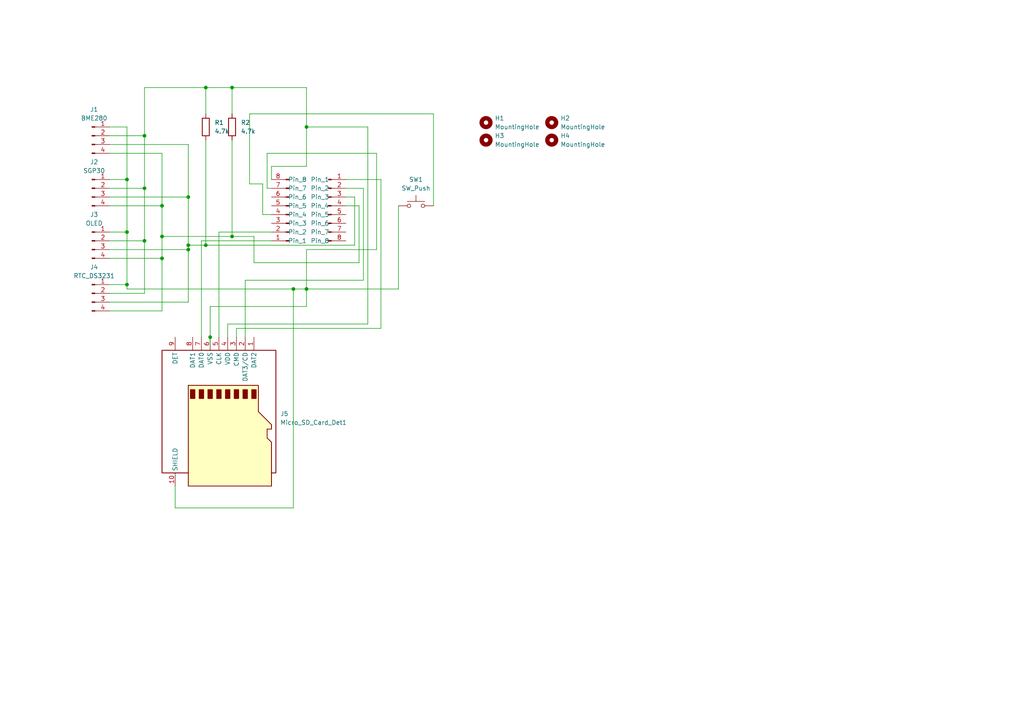
<source format=kicad_sch>
(kicad_sch
	(version 20250114)
	(generator "eeschema")
	(generator_version "9.0")
	(uuid "df6b2463-53a5-41de-b513-d85bb826f900")
	(paper "A4")
	(lib_symbols
		(symbol "Conn_01x08_Pin_1"
			(pin_names
				(offset 1.016)
			)
			(exclude_from_sim no)
			(in_bom yes)
			(on_board yes)
			(property "Reference" "J"
				(at 0 10.16 0)
				(effects
					(font
						(size 1.27 1.27)
					)
				)
			)
			(property "Value" "Conn_01x08_Pin"
				(at 0 -12.7 0)
				(effects
					(font
						(size 1.27 1.27)
					)
				)
			)
			(property "Footprint" ""
				(at 0 0 0)
				(effects
					(font
						(size 1.27 1.27)
					)
					(hide yes)
				)
			)
			(property "Datasheet" "~"
				(at 0 0 0)
				(effects
					(font
						(size 1.27 1.27)
					)
					(hide yes)
				)
			)
			(property "Description" "Generic connector, single row, 01x08, script generated"
				(at 0 0 0)
				(effects
					(font
						(size 1.27 1.27)
					)
					(hide yes)
				)
			)
			(property "ki_locked" ""
				(at 0 0 0)
				(effects
					(font
						(size 1.27 1.27)
					)
				)
			)
			(property "ki_keywords" "connector"
				(at 0 0 0)
				(effects
					(font
						(size 1.27 1.27)
					)
					(hide yes)
				)
			)
			(property "ki_fp_filters" "Connector*:*_1x??_*"
				(at 0 0 0)
				(effects
					(font
						(size 1.27 1.27)
					)
					(hide yes)
				)
			)
			(symbol "Conn_01x08_Pin_1_1_1"
				(rectangle
					(start 0.8636 7.747)
					(end 0 7.493)
					(stroke
						(width 0.1524)
						(type default)
					)
					(fill
						(type outline)
					)
				)
				(rectangle
					(start 0.8636 5.207)
					(end 0 4.953)
					(stroke
						(width 0.1524)
						(type default)
					)
					(fill
						(type outline)
					)
				)
				(rectangle
					(start 0.8636 2.667)
					(end 0 2.413)
					(stroke
						(width 0.1524)
						(type default)
					)
					(fill
						(type outline)
					)
				)
				(rectangle
					(start 0.8636 0.127)
					(end 0 -0.127)
					(stroke
						(width 0.1524)
						(type default)
					)
					(fill
						(type outline)
					)
				)
				(rectangle
					(start 0.8636 -2.413)
					(end 0 -2.667)
					(stroke
						(width 0.1524)
						(type default)
					)
					(fill
						(type outline)
					)
				)
				(rectangle
					(start 0.8636 -4.953)
					(end 0 -5.207)
					(stroke
						(width 0.1524)
						(type default)
					)
					(fill
						(type outline)
					)
				)
				(rectangle
					(start 0.8636 -7.493)
					(end 0 -7.747)
					(stroke
						(width 0.1524)
						(type default)
					)
					(fill
						(type outline)
					)
				)
				(rectangle
					(start 0.8636 -10.033)
					(end 0 -10.287)
					(stroke
						(width 0.1524)
						(type default)
					)
					(fill
						(type outline)
					)
				)
				(polyline
					(pts
						(xy 1.27 7.62) (xy 0.8636 7.62)
					)
					(stroke
						(width 0.1524)
						(type default)
					)
					(fill
						(type none)
					)
				)
				(polyline
					(pts
						(xy 1.27 5.08) (xy 0.8636 5.08)
					)
					(stroke
						(width 0.1524)
						(type default)
					)
					(fill
						(type none)
					)
				)
				(polyline
					(pts
						(xy 1.27 2.54) (xy 0.8636 2.54)
					)
					(stroke
						(width 0.1524)
						(type default)
					)
					(fill
						(type none)
					)
				)
				(polyline
					(pts
						(xy 1.27 0) (xy 0.8636 0)
					)
					(stroke
						(width 0.1524)
						(type default)
					)
					(fill
						(type none)
					)
				)
				(polyline
					(pts
						(xy 1.27 -2.54) (xy 0.8636 -2.54)
					)
					(stroke
						(width 0.1524)
						(type default)
					)
					(fill
						(type none)
					)
				)
				(polyline
					(pts
						(xy 1.27 -5.08) (xy 0.8636 -5.08)
					)
					(stroke
						(width 0.1524)
						(type default)
					)
					(fill
						(type none)
					)
				)
				(polyline
					(pts
						(xy 1.27 -7.62) (xy 0.8636 -7.62)
					)
					(stroke
						(width 0.1524)
						(type default)
					)
					(fill
						(type none)
					)
				)
				(polyline
					(pts
						(xy 1.27 -10.16) (xy 0.8636 -10.16)
					)
					(stroke
						(width 0.1524)
						(type default)
					)
					(fill
						(type none)
					)
				)
				(pin passive line
					(at 5.08 7.62 180)
					(length 3.81)
					(name "Pin_1"
						(effects
							(font
								(size 1.27 1.27)
							)
						)
					)
					(number "1"
						(effects
							(font
								(size 1.27 1.27)
							)
						)
					)
				)
				(pin passive line
					(at 5.08 5.08 180)
					(length 3.81)
					(name "Pin_2"
						(effects
							(font
								(size 1.27 1.27)
							)
						)
					)
					(number "2"
						(effects
							(font
								(size 1.27 1.27)
							)
						)
					)
				)
				(pin passive line
					(at 5.08 2.54 180)
					(length 3.81)
					(name "Pin_3"
						(effects
							(font
								(size 1.27 1.27)
							)
						)
					)
					(number "3"
						(effects
							(font
								(size 1.27 1.27)
							)
						)
					)
				)
				(pin passive line
					(at 5.08 0 180)
					(length 3.81)
					(name "Pin_4"
						(effects
							(font
								(size 1.27 1.27)
							)
						)
					)
					(number "4"
						(effects
							(font
								(size 1.27 1.27)
							)
						)
					)
				)
				(pin passive line
					(at 5.08 -2.54 180)
					(length 3.81)
					(name "Pin_5"
						(effects
							(font
								(size 1.27 1.27)
							)
						)
					)
					(number "5"
						(effects
							(font
								(size 1.27 1.27)
							)
						)
					)
				)
				(pin passive line
					(at 5.08 -5.08 180)
					(length 3.81)
					(name "Pin_6"
						(effects
							(font
								(size 1.27 1.27)
							)
						)
					)
					(number "6"
						(effects
							(font
								(size 1.27 1.27)
							)
						)
					)
				)
				(pin passive line
					(at 5.08 -7.62 180)
					(length 3.81)
					(name "Pin_7"
						(effects
							(font
								(size 1.27 1.27)
							)
						)
					)
					(number "7"
						(effects
							(font
								(size 1.27 1.27)
							)
						)
					)
				)
				(pin passive line
					(at 5.08 -10.16 180)
					(length 3.81)
					(name "Pin_8"
						(effects
							(font
								(size 1.27 1.27)
							)
						)
					)
					(number "8"
						(effects
							(font
								(size 1.27 1.27)
							)
						)
					)
				)
			)
			(embedded_fonts no)
		)
		(symbol "Connector:Conn_01x04_Pin"
			(pin_names
				(offset 1.016)
				(hide yes)
			)
			(exclude_from_sim no)
			(in_bom yes)
			(on_board yes)
			(property "Reference" "J"
				(at 0 5.08 0)
				(effects
					(font
						(size 1.27 1.27)
					)
				)
			)
			(property "Value" "Conn_01x04_Pin"
				(at 0 -7.62 0)
				(effects
					(font
						(size 1.27 1.27)
					)
				)
			)
			(property "Footprint" ""
				(at 0 0 0)
				(effects
					(font
						(size 1.27 1.27)
					)
					(hide yes)
				)
			)
			(property "Datasheet" "~"
				(at 0 0 0)
				(effects
					(font
						(size 1.27 1.27)
					)
					(hide yes)
				)
			)
			(property "Description" "Generic connector, single row, 01x04, script generated"
				(at 0 0 0)
				(effects
					(font
						(size 1.27 1.27)
					)
					(hide yes)
				)
			)
			(property "ki_locked" ""
				(at 0 0 0)
				(effects
					(font
						(size 1.27 1.27)
					)
				)
			)
			(property "ki_keywords" "connector"
				(at 0 0 0)
				(effects
					(font
						(size 1.27 1.27)
					)
					(hide yes)
				)
			)
			(property "ki_fp_filters" "Connector*:*_1x??_*"
				(at 0 0 0)
				(effects
					(font
						(size 1.27 1.27)
					)
					(hide yes)
				)
			)
			(symbol "Conn_01x04_Pin_1_1"
				(rectangle
					(start 0.8636 2.667)
					(end 0 2.413)
					(stroke
						(width 0.1524)
						(type default)
					)
					(fill
						(type outline)
					)
				)
				(rectangle
					(start 0.8636 0.127)
					(end 0 -0.127)
					(stroke
						(width 0.1524)
						(type default)
					)
					(fill
						(type outline)
					)
				)
				(rectangle
					(start 0.8636 -2.413)
					(end 0 -2.667)
					(stroke
						(width 0.1524)
						(type default)
					)
					(fill
						(type outline)
					)
				)
				(rectangle
					(start 0.8636 -4.953)
					(end 0 -5.207)
					(stroke
						(width 0.1524)
						(type default)
					)
					(fill
						(type outline)
					)
				)
				(polyline
					(pts
						(xy 1.27 2.54) (xy 0.8636 2.54)
					)
					(stroke
						(width 0.1524)
						(type default)
					)
					(fill
						(type none)
					)
				)
				(polyline
					(pts
						(xy 1.27 0) (xy 0.8636 0)
					)
					(stroke
						(width 0.1524)
						(type default)
					)
					(fill
						(type none)
					)
				)
				(polyline
					(pts
						(xy 1.27 -2.54) (xy 0.8636 -2.54)
					)
					(stroke
						(width 0.1524)
						(type default)
					)
					(fill
						(type none)
					)
				)
				(polyline
					(pts
						(xy 1.27 -5.08) (xy 0.8636 -5.08)
					)
					(stroke
						(width 0.1524)
						(type default)
					)
					(fill
						(type none)
					)
				)
				(pin passive line
					(at 5.08 2.54 180)
					(length 3.81)
					(name "Pin_1"
						(effects
							(font
								(size 1.27 1.27)
							)
						)
					)
					(number "1"
						(effects
							(font
								(size 1.27 1.27)
							)
						)
					)
				)
				(pin passive line
					(at 5.08 0 180)
					(length 3.81)
					(name "Pin_2"
						(effects
							(font
								(size 1.27 1.27)
							)
						)
					)
					(number "2"
						(effects
							(font
								(size 1.27 1.27)
							)
						)
					)
				)
				(pin passive line
					(at 5.08 -2.54 180)
					(length 3.81)
					(name "Pin_3"
						(effects
							(font
								(size 1.27 1.27)
							)
						)
					)
					(number "3"
						(effects
							(font
								(size 1.27 1.27)
							)
						)
					)
				)
				(pin passive line
					(at 5.08 -5.08 180)
					(length 3.81)
					(name "Pin_4"
						(effects
							(font
								(size 1.27 1.27)
							)
						)
					)
					(number "4"
						(effects
							(font
								(size 1.27 1.27)
							)
						)
					)
				)
			)
			(embedded_fonts no)
		)
		(symbol "Connector:Conn_01x08_Pin"
			(pin_names
				(offset 1.016)
			)
			(exclude_from_sim no)
			(in_bom yes)
			(on_board yes)
			(property "Reference" "J"
				(at 0 10.16 0)
				(effects
					(font
						(size 1.27 1.27)
					)
				)
			)
			(property "Value" "Conn_01x08_Pin"
				(at 0 -12.7 0)
				(effects
					(font
						(size 1.27 1.27)
					)
				)
			)
			(property "Footprint" ""
				(at 0 0 0)
				(effects
					(font
						(size 1.27 1.27)
					)
					(hide yes)
				)
			)
			(property "Datasheet" "~"
				(at 0 0 0)
				(effects
					(font
						(size 1.27 1.27)
					)
					(hide yes)
				)
			)
			(property "Description" "Generic connector, single row, 01x08, script generated"
				(at 0 0 0)
				(effects
					(font
						(size 1.27 1.27)
					)
					(hide yes)
				)
			)
			(property "ki_locked" ""
				(at 0 0 0)
				(effects
					(font
						(size 1.27 1.27)
					)
				)
			)
			(property "ki_keywords" "connector"
				(at 0 0 0)
				(effects
					(font
						(size 1.27 1.27)
					)
					(hide yes)
				)
			)
			(property "ki_fp_filters" "Connector*:*_1x??_*"
				(at 0 0 0)
				(effects
					(font
						(size 1.27 1.27)
					)
					(hide yes)
				)
			)
			(symbol "Conn_01x08_Pin_1_1"
				(rectangle
					(start 0.8636 7.747)
					(end 0 7.493)
					(stroke
						(width 0.1524)
						(type default)
					)
					(fill
						(type outline)
					)
				)
				(rectangle
					(start 0.8636 5.207)
					(end 0 4.953)
					(stroke
						(width 0.1524)
						(type default)
					)
					(fill
						(type outline)
					)
				)
				(rectangle
					(start 0.8636 2.667)
					(end 0 2.413)
					(stroke
						(width 0.1524)
						(type default)
					)
					(fill
						(type outline)
					)
				)
				(rectangle
					(start 0.8636 0.127)
					(end 0 -0.127)
					(stroke
						(width 0.1524)
						(type default)
					)
					(fill
						(type outline)
					)
				)
				(rectangle
					(start 0.8636 -2.413)
					(end 0 -2.667)
					(stroke
						(width 0.1524)
						(type default)
					)
					(fill
						(type outline)
					)
				)
				(rectangle
					(start 0.8636 -4.953)
					(end 0 -5.207)
					(stroke
						(width 0.1524)
						(type default)
					)
					(fill
						(type outline)
					)
				)
				(rectangle
					(start 0.8636 -7.493)
					(end 0 -7.747)
					(stroke
						(width 0.1524)
						(type default)
					)
					(fill
						(type outline)
					)
				)
				(rectangle
					(start 0.8636 -10.033)
					(end 0 -10.287)
					(stroke
						(width 0.1524)
						(type default)
					)
					(fill
						(type outline)
					)
				)
				(polyline
					(pts
						(xy 1.27 7.62) (xy 0.8636 7.62)
					)
					(stroke
						(width 0.1524)
						(type default)
					)
					(fill
						(type none)
					)
				)
				(polyline
					(pts
						(xy 1.27 5.08) (xy 0.8636 5.08)
					)
					(stroke
						(width 0.1524)
						(type default)
					)
					(fill
						(type none)
					)
				)
				(polyline
					(pts
						(xy 1.27 2.54) (xy 0.8636 2.54)
					)
					(stroke
						(width 0.1524)
						(type default)
					)
					(fill
						(type none)
					)
				)
				(polyline
					(pts
						(xy 1.27 0) (xy 0.8636 0)
					)
					(stroke
						(width 0.1524)
						(type default)
					)
					(fill
						(type none)
					)
				)
				(polyline
					(pts
						(xy 1.27 -2.54) (xy 0.8636 -2.54)
					)
					(stroke
						(width 0.1524)
						(type default)
					)
					(fill
						(type none)
					)
				)
				(polyline
					(pts
						(xy 1.27 -5.08) (xy 0.8636 -5.08)
					)
					(stroke
						(width 0.1524)
						(type default)
					)
					(fill
						(type none)
					)
				)
				(polyline
					(pts
						(xy 1.27 -7.62) (xy 0.8636 -7.62)
					)
					(stroke
						(width 0.1524)
						(type default)
					)
					(fill
						(type none)
					)
				)
				(polyline
					(pts
						(xy 1.27 -10.16) (xy 0.8636 -10.16)
					)
					(stroke
						(width 0.1524)
						(type default)
					)
					(fill
						(type none)
					)
				)
				(pin passive line
					(at 5.08 7.62 180)
					(length 3.81)
					(name "Pin_1"
						(effects
							(font
								(size 1.27 1.27)
							)
						)
					)
					(number "1"
						(effects
							(font
								(size 1.27 1.27)
							)
						)
					)
				)
				(pin passive line
					(at 5.08 5.08 180)
					(length 3.81)
					(name "Pin_2"
						(effects
							(font
								(size 1.27 1.27)
							)
						)
					)
					(number "2"
						(effects
							(font
								(size 1.27 1.27)
							)
						)
					)
				)
				(pin passive line
					(at 5.08 2.54 180)
					(length 3.81)
					(name "Pin_3"
						(effects
							(font
								(size 1.27 1.27)
							)
						)
					)
					(number "3"
						(effects
							(font
								(size 1.27 1.27)
							)
						)
					)
				)
				(pin passive line
					(at 5.08 0 180)
					(length 3.81)
					(name "Pin_4"
						(effects
							(font
								(size 1.27 1.27)
							)
						)
					)
					(number "4"
						(effects
							(font
								(size 1.27 1.27)
							)
						)
					)
				)
				(pin passive line
					(at 5.08 -2.54 180)
					(length 3.81)
					(name "Pin_5"
						(effects
							(font
								(size 1.27 1.27)
							)
						)
					)
					(number "5"
						(effects
							(font
								(size 1.27 1.27)
							)
						)
					)
				)
				(pin passive line
					(at 5.08 -5.08 180)
					(length 3.81)
					(name "Pin_6"
						(effects
							(font
								(size 1.27 1.27)
							)
						)
					)
					(number "6"
						(effects
							(font
								(size 1.27 1.27)
							)
						)
					)
				)
				(pin passive line
					(at 5.08 -7.62 180)
					(length 3.81)
					(name "Pin_7"
						(effects
							(font
								(size 1.27 1.27)
							)
						)
					)
					(number "7"
						(effects
							(font
								(size 1.27 1.27)
							)
						)
					)
				)
				(pin passive line
					(at 5.08 -10.16 180)
					(length 3.81)
					(name "Pin_8"
						(effects
							(font
								(size 1.27 1.27)
							)
						)
					)
					(number "8"
						(effects
							(font
								(size 1.27 1.27)
							)
						)
					)
				)
			)
			(embedded_fonts no)
		)
		(symbol "Connector:Micro_SD_Card_Det1"
			(exclude_from_sim no)
			(in_bom yes)
			(on_board yes)
			(property "Reference" "J"
				(at -16.51 17.78 0)
				(effects
					(font
						(size 1.27 1.27)
					)
				)
			)
			(property "Value" "Micro_SD_Card_Det1"
				(at 16.51 17.78 0)
				(effects
					(font
						(size 1.27 1.27)
					)
					(justify right)
				)
			)
			(property "Footprint" ""
				(at 52.07 17.78 0)
				(effects
					(font
						(size 1.27 1.27)
					)
					(hide yes)
				)
			)
			(property "Datasheet" "https://datasheet.lcsc.com/lcsc/2110151630_XKB-Connectivity-XKTF-015-N_C381082.pdf"
				(at 0 2.54 0)
				(effects
					(font
						(size 1.27 1.27)
					)
					(hide yes)
				)
			)
			(property "Description" "Micro SD Card Socket with one card detection pin"
				(at 0 0 0)
				(effects
					(font
						(size 1.27 1.27)
					)
					(hide yes)
				)
			)
			(property "ki_keywords" "connector SD microsd"
				(at 0 0 0)
				(effects
					(font
						(size 1.27 1.27)
					)
					(hide yes)
				)
			)
			(property "ki_fp_filters" "microSD*"
				(at 0 0 0)
				(effects
					(font
						(size 1.27 1.27)
					)
					(hide yes)
				)
			)
			(symbol "Micro_SD_Card_Det1_0_1"
				(polyline
					(pts
						(xy -8.89 -8.89) (xy -8.89 11.43) (xy -1.27 11.43) (xy 2.54 15.24) (xy 3.81 15.24) (xy 3.81 13.97)
						(xy 6.35 13.97) (xy 7.62 15.24) (xy 20.32 15.24) (xy 20.32 -8.89) (xy -8.89 -8.89)
					)
					(stroke
						(width 0.254)
						(type default)
					)
					(fill
						(type background)
					)
				)
				(rectangle
					(start -7.62 10.795)
					(end -5.08 9.525)
					(stroke
						(width 0.254)
						(type default)
					)
					(fill
						(type outline)
					)
				)
				(rectangle
					(start -7.62 8.255)
					(end -5.08 6.985)
					(stroke
						(width 0.254)
						(type default)
					)
					(fill
						(type outline)
					)
				)
				(rectangle
					(start -7.62 5.715)
					(end -5.08 4.445)
					(stroke
						(width 0.254)
						(type default)
					)
					(fill
						(type outline)
					)
				)
				(rectangle
					(start -7.62 3.175)
					(end -5.08 1.905)
					(stroke
						(width 0.254)
						(type default)
					)
					(fill
						(type outline)
					)
				)
				(rectangle
					(start -7.62 0.635)
					(end -5.08 -0.635)
					(stroke
						(width 0.254)
						(type default)
					)
					(fill
						(type outline)
					)
				)
				(rectangle
					(start -7.62 -1.905)
					(end -5.08 -3.175)
					(stroke
						(width 0.254)
						(type default)
					)
					(fill
						(type outline)
					)
				)
				(rectangle
					(start -7.62 -4.445)
					(end -5.08 -5.715)
					(stroke
						(width 0.254)
						(type default)
					)
					(fill
						(type outline)
					)
				)
				(rectangle
					(start -7.62 -6.985)
					(end -5.08 -8.255)
					(stroke
						(width 0.254)
						(type default)
					)
					(fill
						(type outline)
					)
				)
				(polyline
					(pts
						(xy 16.51 15.24) (xy 16.51 16.51) (xy -19.05 16.51) (xy -19.05 -16.51) (xy 16.51 -16.51) (xy 16.51 -8.89)
					)
					(stroke
						(width 0.254)
						(type default)
					)
					(fill
						(type none)
					)
				)
			)
			(symbol "Micro_SD_Card_Det1_1_1"
				(pin bidirectional line
					(at -22.86 10.16 0)
					(length 3.81)
					(name "DAT2"
						(effects
							(font
								(size 1.27 1.27)
							)
						)
					)
					(number "1"
						(effects
							(font
								(size 1.27 1.27)
							)
						)
					)
				)
				(pin bidirectional line
					(at -22.86 7.62 0)
					(length 3.81)
					(name "DAT3/CD"
						(effects
							(font
								(size 1.27 1.27)
							)
						)
					)
					(number "2"
						(effects
							(font
								(size 1.27 1.27)
							)
						)
					)
				)
				(pin input line
					(at -22.86 5.08 0)
					(length 3.81)
					(name "CMD"
						(effects
							(font
								(size 1.27 1.27)
							)
						)
					)
					(number "3"
						(effects
							(font
								(size 1.27 1.27)
							)
						)
					)
				)
				(pin power_in line
					(at -22.86 2.54 0)
					(length 3.81)
					(name "VDD"
						(effects
							(font
								(size 1.27 1.27)
							)
						)
					)
					(number "4"
						(effects
							(font
								(size 1.27 1.27)
							)
						)
					)
				)
				(pin input line
					(at -22.86 0 0)
					(length 3.81)
					(name "CLK"
						(effects
							(font
								(size 1.27 1.27)
							)
						)
					)
					(number "5"
						(effects
							(font
								(size 1.27 1.27)
							)
						)
					)
				)
				(pin power_in line
					(at -22.86 -2.54 0)
					(length 3.81)
					(name "VSS"
						(effects
							(font
								(size 1.27 1.27)
							)
						)
					)
					(number "6"
						(effects
							(font
								(size 1.27 1.27)
							)
						)
					)
				)
				(pin bidirectional line
					(at -22.86 -5.08 0)
					(length 3.81)
					(name "DAT0"
						(effects
							(font
								(size 1.27 1.27)
							)
						)
					)
					(number "7"
						(effects
							(font
								(size 1.27 1.27)
							)
						)
					)
				)
				(pin bidirectional line
					(at -22.86 -7.62 0)
					(length 3.81)
					(name "DAT1"
						(effects
							(font
								(size 1.27 1.27)
							)
						)
					)
					(number "8"
						(effects
							(font
								(size 1.27 1.27)
							)
						)
					)
				)
				(pin passive line
					(at -22.86 -12.7 0)
					(length 3.81)
					(name "DET"
						(effects
							(font
								(size 1.27 1.27)
							)
						)
					)
					(number "9"
						(effects
							(font
								(size 1.27 1.27)
							)
						)
					)
				)
				(pin passive line
					(at 20.32 -12.7 180)
					(length 3.81)
					(name "SHIELD"
						(effects
							(font
								(size 1.27 1.27)
							)
						)
					)
					(number "10"
						(effects
							(font
								(size 1.27 1.27)
							)
						)
					)
				)
			)
			(embedded_fonts no)
		)
		(symbol "Device:R"
			(pin_numbers
				(hide yes)
			)
			(pin_names
				(offset 0)
			)
			(exclude_from_sim no)
			(in_bom yes)
			(on_board yes)
			(property "Reference" "R"
				(at 2.032 0 90)
				(effects
					(font
						(size 1.27 1.27)
					)
				)
			)
			(property "Value" "R"
				(at 0 0 90)
				(effects
					(font
						(size 1.27 1.27)
					)
				)
			)
			(property "Footprint" ""
				(at -1.778 0 90)
				(effects
					(font
						(size 1.27 1.27)
					)
					(hide yes)
				)
			)
			(property "Datasheet" "~"
				(at 0 0 0)
				(effects
					(font
						(size 1.27 1.27)
					)
					(hide yes)
				)
			)
			(property "Description" "Resistor"
				(at 0 0 0)
				(effects
					(font
						(size 1.27 1.27)
					)
					(hide yes)
				)
			)
			(property "ki_keywords" "R res resistor"
				(at 0 0 0)
				(effects
					(font
						(size 1.27 1.27)
					)
					(hide yes)
				)
			)
			(property "ki_fp_filters" "R_*"
				(at 0 0 0)
				(effects
					(font
						(size 1.27 1.27)
					)
					(hide yes)
				)
			)
			(symbol "R_0_1"
				(rectangle
					(start -1.016 -2.54)
					(end 1.016 2.54)
					(stroke
						(width 0.254)
						(type default)
					)
					(fill
						(type none)
					)
				)
			)
			(symbol "R_1_1"
				(pin passive line
					(at 0 3.81 270)
					(length 1.27)
					(name "~"
						(effects
							(font
								(size 1.27 1.27)
							)
						)
					)
					(number "1"
						(effects
							(font
								(size 1.27 1.27)
							)
						)
					)
				)
				(pin passive line
					(at 0 -3.81 90)
					(length 1.27)
					(name "~"
						(effects
							(font
								(size 1.27 1.27)
							)
						)
					)
					(number "2"
						(effects
							(font
								(size 1.27 1.27)
							)
						)
					)
				)
			)
			(embedded_fonts no)
		)
		(symbol "Mechanical:MountingHole"
			(pin_names
				(offset 1.016)
			)
			(exclude_from_sim no)
			(in_bom no)
			(on_board yes)
			(property "Reference" "H"
				(at 0 5.08 0)
				(effects
					(font
						(size 1.27 1.27)
					)
				)
			)
			(property "Value" "MountingHole"
				(at 0 3.175 0)
				(effects
					(font
						(size 1.27 1.27)
					)
				)
			)
			(property "Footprint" ""
				(at 0 0 0)
				(effects
					(font
						(size 1.27 1.27)
					)
					(hide yes)
				)
			)
			(property "Datasheet" "~"
				(at 0 0 0)
				(effects
					(font
						(size 1.27 1.27)
					)
					(hide yes)
				)
			)
			(property "Description" "Mounting Hole without connection"
				(at 0 0 0)
				(effects
					(font
						(size 1.27 1.27)
					)
					(hide yes)
				)
			)
			(property "ki_keywords" "mounting hole"
				(at 0 0 0)
				(effects
					(font
						(size 1.27 1.27)
					)
					(hide yes)
				)
			)
			(property "ki_fp_filters" "MountingHole*"
				(at 0 0 0)
				(effects
					(font
						(size 1.27 1.27)
					)
					(hide yes)
				)
			)
			(symbol "MountingHole_0_1"
				(circle
					(center 0 0)
					(radius 1.27)
					(stroke
						(width 1.27)
						(type default)
					)
					(fill
						(type none)
					)
				)
			)
			(embedded_fonts no)
		)
		(symbol "Switch:SW_Push"
			(pin_numbers
				(hide yes)
			)
			(pin_names
				(offset 1.016)
				(hide yes)
			)
			(exclude_from_sim no)
			(in_bom yes)
			(on_board yes)
			(property "Reference" "SW"
				(at 1.27 2.54 0)
				(effects
					(font
						(size 1.27 1.27)
					)
					(justify left)
				)
			)
			(property "Value" "SW_Push"
				(at 0 -1.524 0)
				(effects
					(font
						(size 1.27 1.27)
					)
				)
			)
			(property "Footprint" ""
				(at 0 5.08 0)
				(effects
					(font
						(size 1.27 1.27)
					)
					(hide yes)
				)
			)
			(property "Datasheet" "~"
				(at 0 5.08 0)
				(effects
					(font
						(size 1.27 1.27)
					)
					(hide yes)
				)
			)
			(property "Description" "Push button switch, generic, two pins"
				(at 0 0 0)
				(effects
					(font
						(size 1.27 1.27)
					)
					(hide yes)
				)
			)
			(property "ki_keywords" "switch normally-open pushbutton push-button"
				(at 0 0 0)
				(effects
					(font
						(size 1.27 1.27)
					)
					(hide yes)
				)
			)
			(symbol "SW_Push_0_1"
				(circle
					(center -2.032 0)
					(radius 0.508)
					(stroke
						(width 0)
						(type default)
					)
					(fill
						(type none)
					)
				)
				(polyline
					(pts
						(xy 0 1.27) (xy 0 3.048)
					)
					(stroke
						(width 0)
						(type default)
					)
					(fill
						(type none)
					)
				)
				(circle
					(center 2.032 0)
					(radius 0.508)
					(stroke
						(width 0)
						(type default)
					)
					(fill
						(type none)
					)
				)
				(polyline
					(pts
						(xy 2.54 1.27) (xy -2.54 1.27)
					)
					(stroke
						(width 0)
						(type default)
					)
					(fill
						(type none)
					)
				)
				(pin passive line
					(at -5.08 0 0)
					(length 2.54)
					(name "1"
						(effects
							(font
								(size 1.27 1.27)
							)
						)
					)
					(number "1"
						(effects
							(font
								(size 1.27 1.27)
							)
						)
					)
				)
				(pin passive line
					(at 5.08 0 180)
					(length 2.54)
					(name "2"
						(effects
							(font
								(size 1.27 1.27)
							)
						)
					)
					(number "2"
						(effects
							(font
								(size 1.27 1.27)
							)
						)
					)
				)
			)
			(embedded_fonts no)
		)
	)
	(junction
		(at 54.61 71.12)
		(diameter 0)
		(color 0 0 0 0)
		(uuid "06cf2aa2-d449-4b63-bc60-d3e3cf0dabbc")
	)
	(junction
		(at 41.91 39.37)
		(diameter 0)
		(color 0 0 0 0)
		(uuid "080a65c0-7ee6-41d6-af22-de45664cc616")
	)
	(junction
		(at 46.99 68.58)
		(diameter 0)
		(color 0 0 0 0)
		(uuid "0c9d4e2f-cb9f-41b2-977a-1c43433cffb5")
	)
	(junction
		(at 60.96 97.79)
		(diameter 0)
		(color 0 0 0 0)
		(uuid "244b8bb3-4973-43d9-87eb-f88292633f79")
	)
	(junction
		(at 46.99 59.69)
		(diameter 0)
		(color 0 0 0 0)
		(uuid "2aef647a-4b45-4f4e-8133-eb8d4c02f835")
	)
	(junction
		(at 88.9 83.82)
		(diameter 0)
		(color 0 0 0 0)
		(uuid "32415aee-bada-4720-9d5e-4aa438941a9b")
	)
	(junction
		(at 54.61 72.39)
		(diameter 0)
		(color 0 0 0 0)
		(uuid "39bb4a88-86de-45d4-939d-4dd7f79440d9")
	)
	(junction
		(at 59.69 25.4)
		(diameter 0)
		(color 0 0 0 0)
		(uuid "3c2a62dc-4610-40d3-94cd-ecd7ec2b3c2c")
	)
	(junction
		(at 41.91 69.85)
		(diameter 0)
		(color 0 0 0 0)
		(uuid "4265588e-e599-41e9-aeaa-dfd054bf99de")
	)
	(junction
		(at 85.09 83.82)
		(diameter 0)
		(color 0 0 0 0)
		(uuid "4a0e8be4-f8db-43a7-a4f5-95ac742e2206")
	)
	(junction
		(at 36.83 52.07)
		(diameter 0)
		(color 0 0 0 0)
		(uuid "85e20ace-41a0-4802-97c0-2b83dc3af45d")
	)
	(junction
		(at 59.69 71.12)
		(diameter 0)
		(color 0 0 0 0)
		(uuid "8caf998f-1ad0-46e0-aac7-bf39fc957f58")
	)
	(junction
		(at 88.9 36.83)
		(diameter 0)
		(color 0 0 0 0)
		(uuid "8e267407-97ca-4e34-ae8e-a529a3c37a72")
	)
	(junction
		(at 67.31 68.58)
		(diameter 0)
		(color 0 0 0 0)
		(uuid "d7d0c4db-7bc4-48c5-8fb6-55b97a2f1646")
	)
	(junction
		(at 46.99 74.93)
		(diameter 0)
		(color 0 0 0 0)
		(uuid "d8ab31aa-e321-4481-86e3-e3045c90aff5")
	)
	(junction
		(at 36.83 82.55)
		(diameter 0)
		(color 0 0 0 0)
		(uuid "d9d85890-b2ca-4c80-9e97-e02fb2ff3670")
	)
	(junction
		(at 67.31 25.4)
		(diameter 0)
		(color 0 0 0 0)
		(uuid "dcd5e1ba-376a-406a-a43e-85472b8b4232")
	)
	(junction
		(at 54.61 57.15)
		(diameter 0)
		(color 0 0 0 0)
		(uuid "ddf58882-eb5a-430a-a2a3-1843fb56160e")
	)
	(junction
		(at 36.83 67.31)
		(diameter 0)
		(color 0 0 0 0)
		(uuid "e0501784-fb6f-4a0f-9d8b-8639a434d624")
	)
	(junction
		(at 41.91 54.61)
		(diameter 0)
		(color 0 0 0 0)
		(uuid "f6b2aae5-6954-4aab-81b7-0139b2424d4d")
	)
	(wire
		(pts
			(xy 106.68 36.83) (xy 106.68 93.98)
		)
		(stroke
			(width 0)
			(type default)
		)
		(uuid "00471c33-8fcb-4e76-a51f-8422f063a709")
	)
	(wire
		(pts
			(xy 88.9 36.83) (xy 88.9 48.26)
		)
		(stroke
			(width 0)
			(type default)
		)
		(uuid "023b7f65-8c73-4009-aafe-c7dd216f15bf")
	)
	(wire
		(pts
			(xy 106.68 93.98) (xy 66.04 93.98)
		)
		(stroke
			(width 0)
			(type default)
		)
		(uuid "065f21f8-7392-4eeb-8ee0-8c670d7ad8ae")
	)
	(wire
		(pts
			(xy 31.75 72.39) (xy 54.61 72.39)
		)
		(stroke
			(width 0)
			(type default)
		)
		(uuid "078065b5-f528-4456-9d7a-adf19880aed8")
	)
	(wire
		(pts
			(xy 31.75 59.69) (xy 46.99 59.69)
		)
		(stroke
			(width 0)
			(type default)
		)
		(uuid "0a7167de-d8b5-4b92-a2c0-beaa4abed168")
	)
	(wire
		(pts
			(xy 88.9 72.39) (xy 109.22 72.39)
		)
		(stroke
			(width 0)
			(type default)
		)
		(uuid "0e110518-dfe6-4aaa-b200-9f7ff19d0c9e")
	)
	(wire
		(pts
			(xy 46.99 44.45) (xy 46.99 59.69)
		)
		(stroke
			(width 0)
			(type default)
		)
		(uuid "11577011-ec92-47b1-9a81-1ba4a1ffdea1")
	)
	(wire
		(pts
			(xy 54.61 71.12) (xy 59.69 71.12)
		)
		(stroke
			(width 0)
			(type default)
		)
		(uuid "150c2501-c5d2-496b-a308-f6daec94930a")
	)
	(wire
		(pts
			(xy 104.14 59.69) (xy 100.33 59.69)
		)
		(stroke
			(width 0)
			(type default)
		)
		(uuid "15480c72-719f-4700-8fd6-572805796a47")
	)
	(wire
		(pts
			(xy 54.61 71.12) (xy 54.61 72.39)
		)
		(stroke
			(width 0)
			(type default)
		)
		(uuid "160f897f-c693-40c5-8d57-f984536232ee")
	)
	(wire
		(pts
			(xy 88.9 83.82) (xy 88.9 88.9)
		)
		(stroke
			(width 0)
			(type default)
		)
		(uuid "17364854-1b65-4359-8454-68b66574ad00")
	)
	(wire
		(pts
			(xy 66.04 93.98) (xy 66.04 97.79)
		)
		(stroke
			(width 0)
			(type default)
		)
		(uuid "18547df0-9e7b-4506-8223-bb9b8455a9a6")
	)
	(wire
		(pts
			(xy 36.83 67.31) (xy 36.83 82.55)
		)
		(stroke
			(width 0)
			(type default)
		)
		(uuid "2899ca57-65f0-453f-8625-e579f0acd22e")
	)
	(wire
		(pts
			(xy 72.39 53.34) (xy 76.2 53.34)
		)
		(stroke
			(width 0)
			(type default)
		)
		(uuid "28bfd9a8-7100-4207-a82c-0b298c2733b9")
	)
	(wire
		(pts
			(xy 63.5 67.31) (xy 78.74 67.31)
		)
		(stroke
			(width 0)
			(type default)
		)
		(uuid "2cc8c4eb-0da7-4b67-96b2-002f2760ac78")
	)
	(wire
		(pts
			(xy 59.69 71.12) (xy 102.87 71.12)
		)
		(stroke
			(width 0)
			(type default)
		)
		(uuid "31e2ab8b-aee1-43c0-a655-bb4d919314bc")
	)
	(wire
		(pts
			(xy 68.58 97.79) (xy 68.58 95.25)
		)
		(stroke
			(width 0)
			(type default)
		)
		(uuid "3a66207f-c451-42ed-8136-57ffd8c6c88f")
	)
	(wire
		(pts
			(xy 76.2 62.23) (xy 78.74 62.23)
		)
		(stroke
			(width 0)
			(type default)
		)
		(uuid "3b54fd26-4f14-4b08-bff4-15bb556bf8d3")
	)
	(wire
		(pts
			(xy 88.9 36.83) (xy 106.68 36.83)
		)
		(stroke
			(width 0)
			(type default)
		)
		(uuid "3bd46f04-7a0a-4e8d-aa44-903a845f2e16")
	)
	(wire
		(pts
			(xy 50.8 147.32) (xy 85.09 147.32)
		)
		(stroke
			(width 0)
			(type default)
		)
		(uuid "3eb954b2-45cb-4984-a1c0-dbccd0bacc19")
	)
	(wire
		(pts
			(xy 36.83 82.55) (xy 31.75 82.55)
		)
		(stroke
			(width 0)
			(type default)
		)
		(uuid "42811122-fc99-4093-bcc7-fe4161e5598d")
	)
	(wire
		(pts
			(xy 88.9 48.26) (xy 78.74 48.26)
		)
		(stroke
			(width 0)
			(type default)
		)
		(uuid "445042e6-dc12-4428-a8ba-5f363dff8ac3")
	)
	(wire
		(pts
			(xy 31.75 87.63) (xy 54.61 87.63)
		)
		(stroke
			(width 0)
			(type default)
		)
		(uuid "479ddf49-28bc-432f-b9ee-c2522c1de9f5")
	)
	(wire
		(pts
			(xy 72.39 33.02) (xy 72.39 53.34)
		)
		(stroke
			(width 0)
			(type default)
		)
		(uuid "4ce27da6-30ae-4d23-a679-e85c34c3daa4")
	)
	(wire
		(pts
			(xy 71.12 81.28) (xy 105.41 81.28)
		)
		(stroke
			(width 0)
			(type default)
		)
		(uuid "4deeed6b-0ee1-4020-b6d7-6cf3175c5e2b")
	)
	(wire
		(pts
			(xy 54.61 41.91) (xy 31.75 41.91)
		)
		(stroke
			(width 0)
			(type default)
		)
		(uuid "500d09ac-bf81-49ec-a4b7-af8593a952f1")
	)
	(wire
		(pts
			(xy 31.75 39.37) (xy 41.91 39.37)
		)
		(stroke
			(width 0)
			(type default)
		)
		(uuid "55546e77-7ae9-49be-8d82-be330bdb3ab2")
	)
	(wire
		(pts
			(xy 58.42 97.79) (xy 58.42 69.85)
		)
		(stroke
			(width 0)
			(type default)
		)
		(uuid "56ba2967-bafb-4339-b237-8afe25d53f6c")
	)
	(wire
		(pts
			(xy 31.75 36.83) (xy 36.83 36.83)
		)
		(stroke
			(width 0)
			(type default)
		)
		(uuid "5730c82b-80e0-4f9d-8042-d5afcec3de79")
	)
	(wire
		(pts
			(xy 54.61 57.15) (xy 54.61 41.91)
		)
		(stroke
			(width 0)
			(type default)
		)
		(uuid "5babe3c5-d172-4b81-81f3-51503cfc84e1")
	)
	(wire
		(pts
			(xy 31.75 74.93) (xy 46.99 74.93)
		)
		(stroke
			(width 0)
			(type default)
		)
		(uuid "5e650020-a757-4721-90c9-b37ffee301f1")
	)
	(wire
		(pts
			(xy 109.22 44.45) (xy 77.47 44.45)
		)
		(stroke
			(width 0)
			(type default)
		)
		(uuid "6377691b-0635-42da-99d2-f97f9f5982fc")
	)
	(wire
		(pts
			(xy 125.73 59.69) (xy 125.73 33.02)
		)
		(stroke
			(width 0)
			(type default)
		)
		(uuid "643bbfa9-cfdc-490c-ab7b-4f706eae44f7")
	)
	(wire
		(pts
			(xy 125.73 33.02) (xy 72.39 33.02)
		)
		(stroke
			(width 0)
			(type default)
		)
		(uuid "66fd8c44-0edb-4069-b88d-9e31edb91ec5")
	)
	(wire
		(pts
			(xy 46.99 68.58) (xy 67.31 68.58)
		)
		(stroke
			(width 0)
			(type default)
		)
		(uuid "6734dbf3-d6a6-49e6-aabe-2b25274ad8fb")
	)
	(wire
		(pts
			(xy 54.61 57.15) (xy 54.61 71.12)
		)
		(stroke
			(width 0)
			(type default)
		)
		(uuid "68ad5240-359c-4dfe-8fdf-aaa21d2dda1d")
	)
	(wire
		(pts
			(xy 67.31 40.64) (xy 67.31 68.58)
		)
		(stroke
			(width 0)
			(type default)
		)
		(uuid "69618dd9-4a58-4ff2-a8f0-51f1d0e070d2")
	)
	(wire
		(pts
			(xy 115.57 83.82) (xy 88.9 83.82)
		)
		(stroke
			(width 0)
			(type default)
		)
		(uuid "69faf068-a294-448a-846a-7e69997503c2")
	)
	(wire
		(pts
			(xy 54.61 87.63) (xy 54.61 72.39)
		)
		(stroke
			(width 0)
			(type default)
		)
		(uuid "6e6fa2f5-2131-467b-b7ca-bd91abfaa21a")
	)
	(wire
		(pts
			(xy 67.31 68.58) (xy 73.66 68.58)
		)
		(stroke
			(width 0)
			(type default)
		)
		(uuid "72a1cb36-af93-42c8-af5e-288d97a144cb")
	)
	(wire
		(pts
			(xy 41.91 39.37) (xy 41.91 54.61)
		)
		(stroke
			(width 0)
			(type default)
		)
		(uuid "7599369a-59fc-4577-9b46-678ef404f32a")
	)
	(wire
		(pts
			(xy 36.83 83.82) (xy 36.83 82.55)
		)
		(stroke
			(width 0)
			(type default)
		)
		(uuid "7d1c520e-94d0-49cc-bff1-d1803a8dce04")
	)
	(wire
		(pts
			(xy 110.49 52.07) (xy 100.33 52.07)
		)
		(stroke
			(width 0)
			(type default)
		)
		(uuid "7eaee080-5d4e-41e1-be5b-bf4b8e4b6d6a")
	)
	(wire
		(pts
			(xy 41.91 69.85) (xy 41.91 85.09)
		)
		(stroke
			(width 0)
			(type default)
		)
		(uuid "81c59141-a8b9-479c-a5fd-6e716dcb7e94")
	)
	(wire
		(pts
			(xy 102.87 57.15) (xy 100.33 57.15)
		)
		(stroke
			(width 0)
			(type default)
		)
		(uuid "860aec98-e3a2-4cbb-9247-c5534ab12369")
	)
	(wire
		(pts
			(xy 63.5 97.79) (xy 63.5 67.31)
		)
		(stroke
			(width 0)
			(type default)
		)
		(uuid "88109489-dcfe-46e9-a80a-cf3df3df979b")
	)
	(wire
		(pts
			(xy 115.57 59.69) (xy 115.57 83.82)
		)
		(stroke
			(width 0)
			(type default)
		)
		(uuid "88b347b3-20f2-4d11-a288-de520bba0297")
	)
	(wire
		(pts
			(xy 88.9 83.82) (xy 85.09 83.82)
		)
		(stroke
			(width 0)
			(type default)
		)
		(uuid "8f7a9475-600f-4acc-8db6-30597f77f133")
	)
	(wire
		(pts
			(xy 60.96 100.33) (xy 60.96 97.79)
		)
		(stroke
			(width 0)
			(type default)
		)
		(uuid "93ef4660-d75a-43bb-bf2f-1a5859179344")
	)
	(wire
		(pts
			(xy 85.09 147.32) (xy 85.09 83.82)
		)
		(stroke
			(width 0)
			(type default)
		)
		(uuid "949e5455-bb99-4f4b-bb62-8500a8028f39")
	)
	(wire
		(pts
			(xy 46.99 44.45) (xy 31.75 44.45)
		)
		(stroke
			(width 0)
			(type default)
		)
		(uuid "95a0651b-4399-4d9a-bc22-5e8bda8d296c")
	)
	(wire
		(pts
			(xy 73.66 76.2) (xy 104.14 76.2)
		)
		(stroke
			(width 0)
			(type default)
		)
		(uuid "9f2c0726-2265-43df-aa0e-239d33f84b27")
	)
	(wire
		(pts
			(xy 67.31 25.4) (xy 67.31 33.02)
		)
		(stroke
			(width 0)
			(type default)
		)
		(uuid "9f7d01f4-6d8c-404f-8d10-4f0a504ae814")
	)
	(wire
		(pts
			(xy 31.75 67.31) (xy 36.83 67.31)
		)
		(stroke
			(width 0)
			(type default)
		)
		(uuid "a128268e-9c59-4c52-a66c-59925d3d8332")
	)
	(wire
		(pts
			(xy 71.12 97.79) (xy 71.12 81.28)
		)
		(stroke
			(width 0)
			(type default)
		)
		(uuid "a5f6f96e-831d-4edc-8690-048477b42e0c")
	)
	(wire
		(pts
			(xy 102.87 71.12) (xy 102.87 57.15)
		)
		(stroke
			(width 0)
			(type default)
		)
		(uuid "a6484f2a-5ab6-4beb-9999-0015c61fbedf")
	)
	(wire
		(pts
			(xy 60.96 88.9) (xy 88.9 88.9)
		)
		(stroke
			(width 0)
			(type default)
		)
		(uuid "ab80db88-c863-4401-9bee-8f54be40f9ad")
	)
	(wire
		(pts
			(xy 105.41 54.61) (xy 100.33 54.61)
		)
		(stroke
			(width 0)
			(type default)
		)
		(uuid "af0aa2f6-7b63-40c8-a9e8-35b461702dcf")
	)
	(wire
		(pts
			(xy 109.22 44.45) (xy 109.22 72.39)
		)
		(stroke
			(width 0)
			(type default)
		)
		(uuid "af377063-d9b7-4745-b015-1215fd9d086d")
	)
	(wire
		(pts
			(xy 46.99 59.69) (xy 46.99 68.58)
		)
		(stroke
			(width 0)
			(type default)
		)
		(uuid "b4d90988-a121-417f-aca9-b544c43391f2")
	)
	(wire
		(pts
			(xy 76.2 53.34) (xy 76.2 62.23)
		)
		(stroke
			(width 0)
			(type default)
		)
		(uuid "b576d471-e0ec-496c-a8b6-ae8b993182fc")
	)
	(wire
		(pts
			(xy 46.99 90.17) (xy 31.75 90.17)
		)
		(stroke
			(width 0)
			(type default)
		)
		(uuid "b5edb1eb-d41f-44e9-870a-d6144c74444d")
	)
	(wire
		(pts
			(xy 41.91 85.09) (xy 31.75 85.09)
		)
		(stroke
			(width 0)
			(type default)
		)
		(uuid "c04dc331-9386-4cc6-b0d9-3c8179ea10bd")
	)
	(wire
		(pts
			(xy 46.99 74.93) (xy 46.99 90.17)
		)
		(stroke
			(width 0)
			(type default)
		)
		(uuid "c3430f9e-2b1c-43a1-9d4c-03937597ec7e")
	)
	(wire
		(pts
			(xy 59.69 40.64) (xy 59.69 71.12)
		)
		(stroke
			(width 0)
			(type default)
		)
		(uuid "c6288b53-bb83-44f8-b2d4-bedfb54ccca5")
	)
	(wire
		(pts
			(xy 41.91 25.4) (xy 41.91 39.37)
		)
		(stroke
			(width 0)
			(type default)
		)
		(uuid "c9d0159f-1e5a-47ab-9fc4-bbe372832245")
	)
	(wire
		(pts
			(xy 59.69 33.02) (xy 59.69 25.4)
		)
		(stroke
			(width 0)
			(type default)
		)
		(uuid "c9ec14fe-7acd-456e-bca9-df9f51af0fea")
	)
	(wire
		(pts
			(xy 59.69 25.4) (xy 67.31 25.4)
		)
		(stroke
			(width 0)
			(type default)
		)
		(uuid "ca65791f-a2da-4e20-8ddb-590fd3bd9230")
	)
	(wire
		(pts
			(xy 31.75 52.07) (xy 36.83 52.07)
		)
		(stroke
			(width 0)
			(type default)
		)
		(uuid "cb9e0236-0a7b-472a-b65c-c3b6b1accdf0")
	)
	(wire
		(pts
			(xy 78.74 48.26) (xy 78.74 52.07)
		)
		(stroke
			(width 0)
			(type default)
		)
		(uuid "cbbacf64-92c1-46a7-9790-b8b96cb3c586")
	)
	(wire
		(pts
			(xy 41.91 25.4) (xy 59.69 25.4)
		)
		(stroke
			(width 0)
			(type default)
		)
		(uuid "cbc30c31-5ba8-467b-9b06-00dd024ca8f6")
	)
	(wire
		(pts
			(xy 88.9 83.82) (xy 88.9 72.39)
		)
		(stroke
			(width 0)
			(type default)
		)
		(uuid "ccbb428d-29de-4d8f-a82b-9f3ff2f71337")
	)
	(wire
		(pts
			(xy 77.47 54.61) (xy 78.74 54.61)
		)
		(stroke
			(width 0)
			(type default)
		)
		(uuid "d2868346-647b-4916-a500-2615631136c9")
	)
	(wire
		(pts
			(xy 31.75 54.61) (xy 41.91 54.61)
		)
		(stroke
			(width 0)
			(type default)
		)
		(uuid "d4a070c4-b2b0-4dd2-bd25-e3c9ae0a1e64")
	)
	(wire
		(pts
			(xy 58.42 69.85) (xy 78.74 69.85)
		)
		(stroke
			(width 0)
			(type default)
		)
		(uuid "d84a332a-28f2-4587-b9a3-1939c8a12d8b")
	)
	(wire
		(pts
			(xy 110.49 95.25) (xy 110.49 52.07)
		)
		(stroke
			(width 0)
			(type default)
		)
		(uuid "d9f8744a-2b41-4d0f-9ff9-4c4b56b912a5")
	)
	(wire
		(pts
			(xy 60.96 88.9) (xy 60.96 97.79)
		)
		(stroke
			(width 0)
			(type default)
		)
		(uuid "df78c6f0-2517-4271-9b84-30c86f76e764")
	)
	(wire
		(pts
			(xy 31.75 57.15) (xy 54.61 57.15)
		)
		(stroke
			(width 0)
			(type default)
		)
		(uuid "e4bfcec0-d42f-4335-83a1-19f37bcf0c62")
	)
	(wire
		(pts
			(xy 88.9 25.4) (xy 88.9 36.83)
		)
		(stroke
			(width 0)
			(type default)
		)
		(uuid "e726919a-c981-447f-9b00-9c943877c115")
	)
	(wire
		(pts
			(xy 41.91 54.61) (xy 41.91 69.85)
		)
		(stroke
			(width 0)
			(type default)
		)
		(uuid "e9ec9ed5-1311-4c0b-90d2-b0c63bcb2657")
	)
	(wire
		(pts
			(xy 36.83 83.82) (xy 85.09 83.82)
		)
		(stroke
			(width 0)
			(type default)
		)
		(uuid "e9ed4fa7-e5d1-4250-a0b0-c4ae094c6d5c")
	)
	(wire
		(pts
			(xy 104.14 76.2) (xy 104.14 59.69)
		)
		(stroke
			(width 0)
			(type default)
		)
		(uuid "ec764c4d-ab09-482f-8eec-9dc582bffef1")
	)
	(wire
		(pts
			(xy 77.47 44.45) (xy 77.47 54.61)
		)
		(stroke
			(width 0)
			(type default)
		)
		(uuid "ee959fa5-635c-40da-95fb-46430a42e53c")
	)
	(wire
		(pts
			(xy 50.8 140.97) (xy 50.8 147.32)
		)
		(stroke
			(width 0)
			(type default)
		)
		(uuid "eeb619b6-32a2-4016-a2b1-6f70974f4d87")
	)
	(wire
		(pts
			(xy 46.99 68.58) (xy 46.99 74.93)
		)
		(stroke
			(width 0)
			(type default)
		)
		(uuid "f494cb5b-e7cb-4418-88b1-30a8d0199aba")
	)
	(wire
		(pts
			(xy 36.83 36.83) (xy 36.83 52.07)
		)
		(stroke
			(width 0)
			(type default)
		)
		(uuid "f7704e20-da14-4690-9df2-c671c0c9bc63")
	)
	(wire
		(pts
			(xy 31.75 69.85) (xy 41.91 69.85)
		)
		(stroke
			(width 0)
			(type default)
		)
		(uuid "f932e582-6d9d-4f40-a87f-202640bf946e")
	)
	(wire
		(pts
			(xy 105.41 81.28) (xy 105.41 54.61)
		)
		(stroke
			(width 0)
			(type default)
		)
		(uuid "f9a1481f-6c0a-4ea4-8724-a2c3edb47dca")
	)
	(wire
		(pts
			(xy 73.66 68.58) (xy 73.66 76.2)
		)
		(stroke
			(width 0)
			(type default)
		)
		(uuid "fcbf5097-df96-4fd4-9b52-7d06846d6c8c")
	)
	(wire
		(pts
			(xy 36.83 52.07) (xy 36.83 67.31)
		)
		(stroke
			(width 0)
			(type default)
		)
		(uuid "fd2d741a-6a74-44b7-a94d-5d7f545ff70f")
	)
	(wire
		(pts
			(xy 68.58 95.25) (xy 110.49 95.25)
		)
		(stroke
			(width 0)
			(type default)
		)
		(uuid "fddbb545-3d23-4fe8-8ea0-6482106a8c10")
	)
	(wire
		(pts
			(xy 67.31 25.4) (xy 88.9 25.4)
		)
		(stroke
			(width 0)
			(type default)
		)
		(uuid "fe4165f2-89ff-4982-ae91-9d0842878f3b")
	)
	(symbol
		(lib_name "Conn_01x08_Pin_1")
		(lib_id "Connector:Conn_01x08_Pin")
		(at 83.82 62.23 180)
		(unit 1)
		(exclude_from_sim no)
		(in_bom yes)
		(on_board yes)
		(dnp no)
		(fields_autoplaced yes)
		(uuid "04ec2cdf-8705-460c-9327-47dfdb88d3c6")
		(property "Reference" "J6"
			(at 85.09 59.6899 0)
			(effects
				(font
					(size 1.27 1.27)
				)
				(justify right)
				(hide yes)
			)
		)
		(property "Value" "Conn_01x08_Pin"
			(at 85.09 62.2299 0)
			(effects
				(font
					(size 1.27 1.27)
				)
				(justify right)
				(hide yes)
			)
		)
		(property "Footprint" "Connector_PinHeader_2.54mm:PinHeader_1x08_P2.54mm_Vertical"
			(at 83.82 62.23 0)
			(effects
				(font
					(size 1.27 1.27)
				)
				(hide yes)
			)
		)
		(property "Datasheet" "~"
			(at 83.82 62.23 0)
			(effects
				(font
					(size 1.27 1.27)
					(italic yes)
				)
				(hide yes)
			)
		)
		(property "Description" "Generic connector, single row, 01x08, script generated"
			(at 83.82 62.23 0)
			(effects
				(font
					(size 1.27 1.27)
				)
				(hide yes)
			)
		)
		(pin "4"
			(uuid "7e4ce854-7bd9-4077-8ca4-718820f190fb")
		)
		(pin "6"
			(uuid "a1e205d1-eb08-49bc-b487-e8facc6604e1")
		)
		(pin "8"
			(uuid "7d06c5a3-a744-4161-a42b-6aae312f0459")
		)
		(pin "3"
			(uuid "4e09b679-1ce8-4438-8ecf-1387cf0a2746")
		)
		(pin "2"
			(uuid "e2b7f738-9559-45d2-855c-f14610645e39")
		)
		(pin "1"
			(uuid "193ed853-61b1-444d-ac4c-b042cd76aab6")
		)
		(pin "5"
			(uuid "2df8a107-f322-4506-a2dd-31047fdc63a2")
		)
		(pin "7"
			(uuid "f0db24ae-8f73-4f5e-b9d0-425fa3b1fe13")
		)
		(instances
			(project ""
				(path "/df6b2463-53a5-41de-b513-d85bb826f900"
					(reference "J6")
					(unit 1)
				)
			)
		)
	)
	(symbol
		(lib_id "Mechanical:MountingHole")
		(at 160.02 40.64 0)
		(unit 1)
		(exclude_from_sim no)
		(in_bom no)
		(on_board yes)
		(dnp no)
		(fields_autoplaced yes)
		(uuid "096e7766-ef82-4a7d-bf52-ec2ee31b4d53")
		(property "Reference" "H4"
			(at 162.56 39.3699 0)
			(effects
				(font
					(size 1.27 1.27)
				)
				(justify left)
			)
		)
		(property "Value" "MountingHole"
			(at 162.56 41.9099 0)
			(effects
				(font
					(size 1.27 1.27)
				)
				(justify left)
			)
		)
		(property "Footprint" "MountingHole:MountingHole_3.2mm_M3"
			(at 160.02 40.64 0)
			(effects
				(font
					(size 1.27 1.27)
				)
				(hide yes)
			)
		)
		(property "Datasheet" "~"
			(at 160.02 40.64 0)
			(effects
				(font
					(size 1.27 1.27)
				)
				(hide yes)
			)
		)
		(property "Description" "Mounting Hole without connection"
			(at 160.02 40.64 0)
			(effects
				(font
					(size 1.27 1.27)
				)
				(hide yes)
			)
		)
		(instances
			(project "rootlog"
				(path "/df6b2463-53a5-41de-b513-d85bb826f900"
					(reference "H4")
					(unit 1)
				)
			)
		)
	)
	(symbol
		(lib_id "Connector:Micro_SD_Card_Det1")
		(at 63.5 120.65 270)
		(unit 1)
		(exclude_from_sim no)
		(in_bom yes)
		(on_board yes)
		(dnp no)
		(fields_autoplaced yes)
		(uuid "0a942c4c-5175-4d60-92bc-2d82cc78dae8")
		(property "Reference" "J5"
			(at 81.28 120.0149 90)
			(effects
				(font
					(size 1.27 1.27)
				)
				(justify left)
			)
		)
		(property "Value" "Micro_SD_Card_Det1"
			(at 81.28 122.5549 90)
			(effects
				(font
					(size 1.27 1.27)
				)
				(justify left)
			)
		)
		(property "Footprint" "Connector_Card:microSD_HC_Hirose_DM3D-SF"
			(at 81.28 172.72 0)
			(effects
				(font
					(size 1.27 1.27)
				)
				(hide yes)
			)
		)
		(property "Datasheet" "https://datasheet.lcsc.com/lcsc/2110151630_XKB-Connectivity-XKTF-015-N_C381082.pdf"
			(at 66.04 120.65 0)
			(effects
				(font
					(size 1.27 1.27)
				)
				(hide yes)
			)
		)
		(property "Description" "Micro SD Card Socket with one card detection pin"
			(at 63.5 120.65 0)
			(effects
				(font
					(size 1.27 1.27)
				)
				(hide yes)
			)
		)
		(pin "4"
			(uuid "1d4eb6e8-9a92-4417-a424-7e2d5010f8ad")
		)
		(pin "2"
			(uuid "07c30342-ac09-4f84-8397-576922edd807")
		)
		(pin "3"
			(uuid "252dcc04-41fe-4a47-bf1c-7f7221b56a14")
		)
		(pin "1"
			(uuid "2a1e4c74-7745-47af-9366-3a6c3b3417c2")
		)
		(pin "6"
			(uuid "2179d5a4-9088-4bdf-af82-9f9cd6868994")
		)
		(pin "5"
			(uuid "73b3b89e-c910-4294-9adb-0af26479a392")
		)
		(pin "7"
			(uuid "b39b08b3-b2f4-44db-8c68-5aa729ca4830")
		)
		(pin "8"
			(uuid "cb91acd5-8876-4a89-bee3-1a10c8ba74b9")
		)
		(pin "9"
			(uuid "059083dc-3ff8-4b07-bd0a-9b90929fcf0d")
		)
		(pin "10"
			(uuid "2a49699a-a445-4cae-9ff1-8b632a0e7962")
		)
		(instances
			(project ""
				(path "/df6b2463-53a5-41de-b513-d85bb826f900"
					(reference "J5")
					(unit 1)
				)
			)
		)
	)
	(symbol
		(lib_id "Device:R")
		(at 67.31 36.83 0)
		(unit 1)
		(exclude_from_sim no)
		(in_bom yes)
		(on_board yes)
		(dnp no)
		(fields_autoplaced yes)
		(uuid "0c899924-63fd-488f-bcf9-78c8defa7983")
		(property "Reference" "R2"
			(at 69.85 35.5599 0)
			(effects
				(font
					(size 1.27 1.27)
				)
				(justify left)
			)
		)
		(property "Value" "4.7k"
			(at 69.85 38.0999 0)
			(effects
				(font
					(size 1.27 1.27)
				)
				(justify left)
			)
		)
		(property "Footprint" "Resistor_THT:R_Axial_DIN0207_L6.3mm_D2.5mm_P2.54mm_Vertical"
			(at 65.532 36.83 90)
			(effects
				(font
					(size 1.27 1.27)
				)
				(hide yes)
			)
		)
		(property "Datasheet" "~"
			(at 67.31 36.83 0)
			(effects
				(font
					(size 1.27 1.27)
				)
				(hide yes)
			)
		)
		(property "Description" "Resistor"
			(at 67.31 36.83 0)
			(effects
				(font
					(size 1.27 1.27)
				)
				(hide yes)
			)
		)
		(pin "1"
			(uuid "1399a5e6-1033-4f85-82b3-c9f89b2c4403")
		)
		(pin "2"
			(uuid "2823a189-2fb7-4614-80ad-d60a43b6042b")
		)
		(instances
			(project "rootlog"
				(path "/df6b2463-53a5-41de-b513-d85bb826f900"
					(reference "R2")
					(unit 1)
				)
			)
		)
	)
	(symbol
		(lib_id "Connector:Conn_01x04_Pin")
		(at 26.67 85.09 0)
		(unit 1)
		(exclude_from_sim no)
		(in_bom yes)
		(on_board yes)
		(dnp no)
		(fields_autoplaced yes)
		(uuid "1da43921-fb8a-42df-af0d-14adb7035815")
		(property "Reference" "J4"
			(at 27.305 77.47 0)
			(effects
				(font
					(size 1.27 1.27)
				)
			)
		)
		(property "Value" "RTC_DS3231"
			(at 27.305 80.01 0)
			(effects
				(font
					(size 1.27 1.27)
					(thickness 0.1588)
				)
			)
		)
		(property "Footprint" "Connector:FanPinHeader_1x04_P2.54mm_Vertical"
			(at 26.67 85.09 0)
			(effects
				(font
					(size 1.27 1.27)
				)
				(hide yes)
			)
		)
		(property "Datasheet" "~"
			(at 26.67 85.09 0)
			(effects
				(font
					(size 1.27 1.27)
				)
				(hide yes)
			)
		)
		(property "Description" "Generic connector, single row, 01x04, script generated"
			(at 26.67 85.09 0)
			(effects
				(font
					(size 1.27 1.27)
				)
				(hide yes)
			)
		)
		(pin "3"
			(uuid "1537a5c7-8fda-450b-a1de-ca94c2b45d21")
		)
		(pin "4"
			(uuid "8d5e3fe1-6eff-4a39-84ed-dad44c225c31")
		)
		(pin "1"
			(uuid "159f3a65-1b9c-4e4d-86af-b9d97531a183")
		)
		(pin "2"
			(uuid "26496cc2-ac9c-4148-8362-1734563bafa2")
		)
		(instances
			(project "rootlog"
				(path "/df6b2463-53a5-41de-b513-d85bb826f900"
					(reference "J4")
					(unit 1)
				)
			)
		)
	)
	(symbol
		(lib_id "Device:R")
		(at 59.69 36.83 0)
		(unit 1)
		(exclude_from_sim no)
		(in_bom yes)
		(on_board yes)
		(dnp no)
		(fields_autoplaced yes)
		(uuid "57ad72d0-fdce-4c24-8ffd-a0b7c2b5a76b")
		(property "Reference" "R1"
			(at 62.23 35.5599 0)
			(effects
				(font
					(size 1.27 1.27)
				)
				(justify left)
			)
		)
		(property "Value" "4.7k"
			(at 62.23 38.0999 0)
			(effects
				(font
					(size 1.27 1.27)
				)
				(justify left)
			)
		)
		(property "Footprint" "Resistor_THT:R_Axial_DIN0207_L6.3mm_D2.5mm_P2.54mm_Vertical"
			(at 57.912 36.83 90)
			(effects
				(font
					(size 1.27 1.27)
				)
				(hide yes)
			)
		)
		(property "Datasheet" "~"
			(at 59.69 36.83 0)
			(effects
				(font
					(size 1.27 1.27)
				)
				(hide yes)
			)
		)
		(property "Description" "Resistor"
			(at 59.69 36.83 0)
			(effects
				(font
					(size 1.27 1.27)
				)
				(hide yes)
			)
		)
		(pin "1"
			(uuid "95f3b455-12e7-44e9-a56b-903a121c5ebe")
		)
		(pin "2"
			(uuid "ed0f12f8-2cab-4fbb-834c-fcd8e4e422f9")
		)
		(instances
			(project ""
				(path "/df6b2463-53a5-41de-b513-d85bb826f900"
					(reference "R1")
					(unit 1)
				)
			)
		)
	)
	(symbol
		(lib_id "Connector:Conn_01x04_Pin")
		(at 26.67 39.37 0)
		(unit 1)
		(exclude_from_sim no)
		(in_bom yes)
		(on_board yes)
		(dnp no)
		(fields_autoplaced yes)
		(uuid "582b9e45-3977-411b-84bd-a7c567ed2bf3")
		(property "Reference" "J1"
			(at 27.305 31.75 0)
			(effects
				(font
					(size 1.27 1.27)
				)
			)
		)
		(property "Value" "BME280"
			(at 27.305 34.29 0)
			(effects
				(font
					(size 1.27 1.27)
				)
			)
		)
		(property "Footprint" "Connector:FanPinHeader_1x04_P2.54mm_Vertical"
			(at 26.67 39.37 0)
			(effects
				(font
					(size 1.27 1.27)
				)
				(hide yes)
			)
		)
		(property "Datasheet" "~"
			(at 26.67 39.37 0)
			(effects
				(font
					(size 1.27 1.27)
				)
				(hide yes)
			)
		)
		(property "Description" "Generic connector, single row, 01x04, script generated"
			(at 26.67 39.37 0)
			(effects
				(font
					(size 1.27 1.27)
				)
				(hide yes)
			)
		)
		(pin "3"
			(uuid "7ea0ef72-a28a-44d6-86c3-c076e18205b3")
		)
		(pin "4"
			(uuid "14a7f526-5bab-44a1-a4b6-1a8bc24903b8")
		)
		(pin "1"
			(uuid "7c85150d-0769-4b04-a670-3eb9f49a9470")
		)
		(pin "2"
			(uuid "f50834c3-c5db-4d79-aae3-aed4b4d7363e")
		)
		(instances
			(project ""
				(path "/df6b2463-53a5-41de-b513-d85bb826f900"
					(reference "J1")
					(unit 1)
				)
			)
		)
	)
	(symbol
		(lib_id "Connector:Conn_01x04_Pin")
		(at 26.67 69.85 0)
		(unit 1)
		(exclude_from_sim no)
		(in_bom yes)
		(on_board yes)
		(dnp no)
		(fields_autoplaced yes)
		(uuid "6af7b873-79e2-48f0-803e-962735f7d524")
		(property "Reference" "J3"
			(at 27.305 62.23 0)
			(effects
				(font
					(size 1.27 1.27)
				)
			)
		)
		(property "Value" "OLED"
			(at 27.305 64.77 0)
			(effects
				(font
					(size 1.27 1.27)
				)
			)
		)
		(property "Footprint" "Connector:FanPinHeader_1x04_P2.54mm_Vertical"
			(at 26.67 69.85 0)
			(effects
				(font
					(size 1.27 1.27)
				)
				(hide yes)
			)
		)
		(property "Datasheet" "~"
			(at 26.67 69.85 0)
			(effects
				(font
					(size 1.27 1.27)
				)
				(hide yes)
			)
		)
		(property "Description" "Generic connector, single row, 01x04, script generated"
			(at 26.67 69.85 0)
			(effects
				(font
					(size 1.27 1.27)
				)
				(hide yes)
			)
		)
		(pin "3"
			(uuid "913f6eef-3aea-4299-bb03-86342b3bff05")
		)
		(pin "4"
			(uuid "a771475d-c66d-432e-bf11-770324406525")
		)
		(pin "1"
			(uuid "a56b3f53-5d83-4e3f-b672-0136791632a3")
		)
		(pin "2"
			(uuid "f9e44739-58a8-47bc-8cfe-f0bd9a433504")
		)
		(instances
			(project "rootlog"
				(path "/df6b2463-53a5-41de-b513-d85bb826f900"
					(reference "J3")
					(unit 1)
				)
			)
		)
	)
	(symbol
		(lib_id "Mechanical:MountingHole")
		(at 140.97 40.64 0)
		(unit 1)
		(exclude_from_sim no)
		(in_bom no)
		(on_board yes)
		(dnp no)
		(fields_autoplaced yes)
		(uuid "7eb2e9f1-635e-48a9-a712-81cfb6fe8697")
		(property "Reference" "H3"
			(at 143.51 39.3699 0)
			(effects
				(font
					(size 1.27 1.27)
				)
				(justify left)
			)
		)
		(property "Value" "MountingHole"
			(at 143.51 41.9099 0)
			(effects
				(font
					(size 1.27 1.27)
				)
				(justify left)
			)
		)
		(property "Footprint" "MountingHole:MountingHole_3.2mm_M3"
			(at 140.97 40.64 0)
			(effects
				(font
					(size 1.27 1.27)
				)
				(hide yes)
			)
		)
		(property "Datasheet" "~"
			(at 140.97 40.64 0)
			(effects
				(font
					(size 1.27 1.27)
				)
				(hide yes)
			)
		)
		(property "Description" "Mounting Hole without connection"
			(at 140.97 40.64 0)
			(effects
				(font
					(size 1.27 1.27)
				)
				(hide yes)
			)
		)
		(instances
			(project "rootlog"
				(path "/df6b2463-53a5-41de-b513-d85bb826f900"
					(reference "H3")
					(unit 1)
				)
			)
		)
	)
	(symbol
		(lib_id "Connector:Conn_01x04_Pin")
		(at 26.67 54.61 0)
		(unit 1)
		(exclude_from_sim no)
		(in_bom yes)
		(on_board yes)
		(dnp no)
		(fields_autoplaced yes)
		(uuid "81625803-c288-4c80-b2d3-7cb8b5199507")
		(property "Reference" "J2"
			(at 27.305 46.99 0)
			(effects
				(font
					(size 1.27 1.27)
				)
			)
		)
		(property "Value" "SGP30"
			(at 27.305 49.53 0)
			(effects
				(font
					(size 1.27 1.27)
				)
			)
		)
		(property "Footprint" "Connector:FanPinHeader_1x04_P2.54mm_Vertical"
			(at 26.67 54.61 0)
			(effects
				(font
					(size 1.27 1.27)
				)
				(hide yes)
			)
		)
		(property "Datasheet" "~"
			(at 26.67 54.61 0)
			(effects
				(font
					(size 1.27 1.27)
				)
				(hide yes)
			)
		)
		(property "Description" "Generic connector, single row, 01x04, script generated"
			(at 26.67 54.61 0)
			(effects
				(font
					(size 1.27 1.27)
				)
				(hide yes)
			)
		)
		(pin "3"
			(uuid "22e4b3ba-966b-4cd6-aa77-2a8bf758c9ca")
		)
		(pin "4"
			(uuid "775fb8e9-dafb-4b51-9c07-c82aafef7a48")
		)
		(pin "1"
			(uuid "d1ddd285-3319-4143-9384-b0429f3a9c9f")
		)
		(pin "2"
			(uuid "38c8b23f-2dd1-49e2-b88d-d0f95b0ae287")
		)
		(instances
			(project "rootlog"
				(path "/df6b2463-53a5-41de-b513-d85bb826f900"
					(reference "J2")
					(unit 1)
				)
			)
		)
	)
	(symbol
		(lib_id "Mechanical:MountingHole")
		(at 140.97 35.56 0)
		(unit 1)
		(exclude_from_sim no)
		(in_bom no)
		(on_board yes)
		(dnp no)
		(fields_autoplaced yes)
		(uuid "9d0e5fa3-8027-4805-be44-35a735e7f907")
		(property "Reference" "H1"
			(at 143.51 34.2899 0)
			(effects
				(font
					(size 1.27 1.27)
				)
				(justify left)
			)
		)
		(property "Value" "MountingHole"
			(at 143.51 36.8299 0)
			(effects
				(font
					(size 1.27 1.27)
				)
				(justify left)
			)
		)
		(property "Footprint" "MountingHole:MountingHole_3.2mm_M3"
			(at 140.97 35.56 0)
			(effects
				(font
					(size 1.27 1.27)
				)
				(hide yes)
			)
		)
		(property "Datasheet" "~"
			(at 140.97 35.56 0)
			(effects
				(font
					(size 1.27 1.27)
				)
				(hide yes)
			)
		)
		(property "Description" "Mounting Hole without connection"
			(at 140.97 35.56 0)
			(effects
				(font
					(size 1.27 1.27)
				)
				(hide yes)
			)
		)
		(instances
			(project ""
				(path "/df6b2463-53a5-41de-b513-d85bb826f900"
					(reference "H1")
					(unit 1)
				)
			)
		)
	)
	(symbol
		(lib_id "Switch:SW_Push")
		(at 120.65 59.69 0)
		(unit 1)
		(exclude_from_sim no)
		(in_bom yes)
		(on_board yes)
		(dnp no)
		(fields_autoplaced yes)
		(uuid "c0812ef3-af16-4f44-b5e4-498f9a0e6a12")
		(property "Reference" "SW1"
			(at 120.65 52.07 0)
			(effects
				(font
					(size 1.27 1.27)
				)
			)
		)
		(property "Value" "SW_Push"
			(at 120.65 54.61 0)
			(effects
				(font
					(size 1.27 1.27)
				)
			)
		)
		(property "Footprint" "Button_Switch_THT:SW_PUSH_6mm_H4.3mm"
			(at 120.65 54.61 0)
			(effects
				(font
					(size 1.27 1.27)
				)
				(hide yes)
			)
		)
		(property "Datasheet" "~"
			(at 120.65 54.61 0)
			(effects
				(font
					(size 1.27 1.27)
				)
				(hide yes)
			)
		)
		(property "Description" "Push button switch, generic, two pins"
			(at 120.65 59.69 0)
			(effects
				(font
					(size 1.27 1.27)
				)
				(hide yes)
			)
		)
		(pin "2"
			(uuid "5709a601-3bc4-4ced-b2aa-7e7a16bf90ef")
		)
		(pin "1"
			(uuid "5128d6be-2806-48e6-bd10-ab65a14c52d6")
		)
		(instances
			(project ""
				(path "/df6b2463-53a5-41de-b513-d85bb826f900"
					(reference "SW1")
					(unit 1)
				)
			)
		)
	)
	(symbol
		(lib_id "Connector:Conn_01x08_Pin")
		(at 95.25 59.69 0)
		(unit 1)
		(exclude_from_sim no)
		(in_bom yes)
		(on_board yes)
		(dnp no)
		(fields_autoplaced yes)
		(uuid "e31ce648-7ef5-4ec8-853a-5d436ed74eb1")
		(property "Reference" "J7"
			(at 95.885 46.99 0)
			(effects
				(font
					(size 1.27 1.27)
				)
				(hide yes)
			)
		)
		(property "Value" "Conn_01x08_Pin"
			(at 95.885 49.53 0)
			(effects
				(font
					(size 1.27 1.27)
				)
				(hide yes)
			)
		)
		(property "Footprint" "Connector_PinHeader_2.54mm:PinHeader_1x08_P2.54mm_Vertical"
			(at 95.25 59.69 0)
			(effects
				(font
					(size 1.27 1.27)
				)
				(hide yes)
			)
		)
		(property "Datasheet" "~"
			(at 95.25 59.69 0)
			(effects
				(font
					(size 1.27 1.27)
				)
				(hide yes)
			)
		)
		(property "Description" "Generic connector, single row, 01x08, script generated"
			(at 95.25 59.69 0)
			(effects
				(font
					(size 1.27 1.27)
				)
				(hide yes)
			)
		)
		(pin "4"
			(uuid "2dcbeb65-e315-4d7a-9035-02d25e229ba0")
		)
		(pin "6"
			(uuid "7796744a-36c0-49d3-aa9b-72ca51c53ea2")
		)
		(pin "8"
			(uuid "77f9c9bc-c150-4173-8a21-763068e8ca61")
		)
		(pin "3"
			(uuid "e27fd088-4a51-49bb-95ba-584ddac6dd6f")
		)
		(pin "2"
			(uuid "29730f4c-500f-4517-9c1f-132ad721f9ae")
		)
		(pin "1"
			(uuid "4ba2650b-030a-4856-b25b-6765b8550248")
		)
		(pin "5"
			(uuid "0d41d611-3a76-40ff-a9a2-ef2ccefb54a9")
		)
		(pin "7"
			(uuid "cfd9bfac-8784-4a2b-b64f-b2b2ef4faaca")
		)
		(instances
			(project "rootlog"
				(path "/df6b2463-53a5-41de-b513-d85bb826f900"
					(reference "J7")
					(unit 1)
				)
			)
		)
	)
	(symbol
		(lib_id "Mechanical:MountingHole")
		(at 160.02 35.56 0)
		(unit 1)
		(exclude_from_sim no)
		(in_bom no)
		(on_board yes)
		(dnp no)
		(fields_autoplaced yes)
		(uuid "f43b22e7-f645-4b76-96a9-e44b60ad989b")
		(property "Reference" "H2"
			(at 162.56 34.2899 0)
			(effects
				(font
					(size 1.27 1.27)
				)
				(justify left)
			)
		)
		(property "Value" "MountingHole"
			(at 162.56 36.8299 0)
			(effects
				(font
					(size 1.27 1.27)
				)
				(justify left)
			)
		)
		(property "Footprint" "MountingHole:MountingHole_3.2mm_M3"
			(at 160.02 35.56 0)
			(effects
				(font
					(size 1.27 1.27)
				)
				(hide yes)
			)
		)
		(property "Datasheet" "~"
			(at 160.02 35.56 0)
			(effects
				(font
					(size 1.27 1.27)
				)
				(hide yes)
			)
		)
		(property "Description" "Mounting Hole without connection"
			(at 160.02 35.56 0)
			(effects
				(font
					(size 1.27 1.27)
				)
				(hide yes)
			)
		)
		(instances
			(project "rootlog"
				(path "/df6b2463-53a5-41de-b513-d85bb826f900"
					(reference "H2")
					(unit 1)
				)
			)
		)
	)
	(sheet_instances
		(path "/"
			(page "1")
		)
	)
	(embedded_fonts no)
)

</source>
